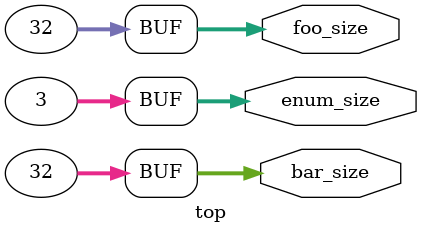
<source format=sv>
/* Generated by Synlig (git sha1 896361b1c, g++ 12.2.0-14 -fPIC -O3) */

(* top =  1  *)
(* src = "/root/synlig/synlig/tests/simple_tests/EnumWidth/top.sv:1.1-29.10" *)
module top(foo_size, bar_size, enum_size);
  (* src = "/root/synlig/synlig/tests/simple_tests/EnumWidth/top.sv:1.44-1.52" *)
  output [31:0] bar_size;
  wire [31:0] bar_size;
  (* src = "/root/synlig/synlig/tests/simple_tests/EnumWidth/top.sv:1.65-1.74" *)
  output [31:0] enum_size;
  wire [31:0] enum_size;
  (* src = "/root/synlig/synlig/tests/simple_tests/EnumWidth/top.sv:1.23-1.31" *)
  output [31:0] foo_size;
  wire [31:0] foo_size;
  assign bar_size = 32'd32;
  assign enum_size = 32'd3;
  assign foo_size = 32'd32;
endmodule

</source>
